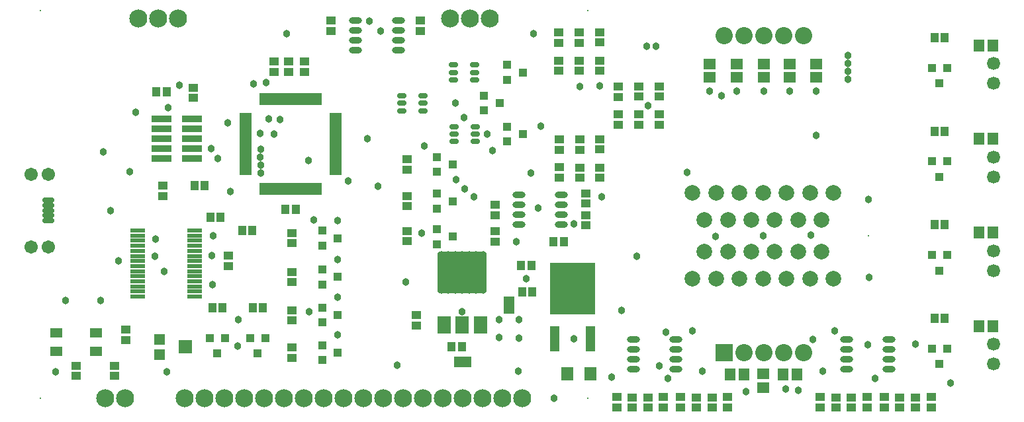
<source format=gbr>
%TF.GenerationSoftware,Altium Limited,Altium Designer,19.1.8 (144)*%
G04 Layer_Color=16711935*
%FSLAX26Y26*%
%MOIN*%
%TF.FileFunction,Soldermask,Bot*%
%TF.Part,Single*%
G01*
G75*
%TA.AperFunction,SMDPad,CuDef*%
%ADD53O,0.065087X0.031622*%
%ADD54R,0.047370X0.043433*%
%ADD55R,0.045402X0.041465*%
%ADD56R,0.157606X0.086740*%
%ADD57R,0.067055X0.086740*%
%ADD58R,0.043433X0.047370*%
%ADD59O,0.047370X0.027685*%
%ADD60R,0.043433X0.039496*%
%ADD61R,0.072961X0.023748*%
G04:AMPARAMS|DCode=62|XSize=23.748mil|YSize=59.181mil|CornerRadius=7.937mil|HoleSize=0mil|Usage=FLASHONLY|Rotation=90.000|XOffset=0mil|YOffset=0mil|HoleType=Round|Shape=RoundedRectangle|*
%AMROUNDEDRECTD62*
21,1,0.023748,0.043307,0,0,90.0*
21,1,0.007874,0.059181,0,0,90.0*
1,1,0.015874,0.021654,0.003937*
1,1,0.015874,0.021654,-0.003937*
1,1,0.015874,-0.021654,-0.003937*
1,1,0.015874,-0.021654,0.003937*
%
%ADD62ROUNDEDRECTD62*%
%ADD63R,0.039496X0.043433*%
%ADD64R,0.041465X0.045402*%
%ADD65R,0.053276X0.061150*%
%ADD66R,0.102488X0.037921*%
%ADD67R,0.019811X0.061150*%
%ADD68R,0.061150X0.019811*%
%ADD69R,0.088709X0.053276*%
%ADD70R,0.053276X0.088709*%
%ADD71R,0.067055X0.070992*%
%ADD72R,0.055244X0.055244*%
%ADD73R,0.061150X0.053276*%
%ADD74R,0.047370X0.126110*%
%ADD75R,0.226504X0.259969*%
%ADD76R,0.059181X0.051307*%
%ADD77R,0.061150X0.065087*%
%TA.AperFunction,ComponentPad*%
%ADD78C,0.008000*%
%ADD79C,0.090677*%
%TA.AperFunction,ViaPad*%
%ADD80C,0.067055*%
%TA.AperFunction,ComponentPad*%
%ADD81C,0.078866*%
%ADD82C,0.086740*%
%ADD83R,0.086740X0.086740*%
%ADD84C,0.066268*%
%TA.AperFunction,ViaPad*%
%ADD85C,0.038000*%
G36*
X2338172Y840551D02*
X2346457Y831514D01*
X2346456Y640748D01*
X2336614Y630905D01*
X2109477Y630905D01*
X2099409Y640972D01*
X2099409Y831468D01*
X2108493Y840551D01*
X2338172Y840551D01*
D02*
G37*
D53*
X4372047Y397823D02*
D03*
Y347823D02*
D03*
Y297823D02*
D03*
Y247823D02*
D03*
X4157480Y397823D02*
D03*
Y347823D02*
D03*
Y297823D02*
D03*
Y247823D02*
D03*
X3299213Y397823D02*
D03*
Y347823D02*
D03*
Y297823D02*
D03*
Y247823D02*
D03*
X3084646Y397823D02*
D03*
Y347823D02*
D03*
Y297823D02*
D03*
Y247823D02*
D03*
X1686024Y1857087D02*
D03*
Y1907087D02*
D03*
Y1957087D02*
D03*
Y2007087D02*
D03*
X1900591Y1857087D02*
D03*
Y1907087D02*
D03*
Y1957087D02*
D03*
Y2007087D02*
D03*
X2722441Y1126181D02*
D03*
Y1076181D02*
D03*
Y1026181D02*
D03*
Y976181D02*
D03*
X2507874Y1126181D02*
D03*
Y1076181D02*
D03*
Y1026181D02*
D03*
Y976181D02*
D03*
D54*
X4583662Y52165D02*
D03*
Y105315D02*
D03*
X4347441D02*
D03*
Y52165D02*
D03*
X4260827D02*
D03*
Y105315D02*
D03*
X4024607D02*
D03*
Y52165D02*
D03*
X3000000Y105315D02*
D03*
Y52165D02*
D03*
X3236220D02*
D03*
Y105315D02*
D03*
X3322835D02*
D03*
Y52165D02*
D03*
X3559055D02*
D03*
Y105315D02*
D03*
X3008858Y1532992D02*
D03*
Y1479843D02*
D03*
Y1620591D02*
D03*
Y1673740D02*
D03*
X2709646Y1892244D02*
D03*
Y1945394D02*
D03*
Y1751496D02*
D03*
Y1804646D02*
D03*
X2711614Y1265276D02*
D03*
Y1212126D02*
D03*
Y1352874D02*
D03*
Y1406024D02*
D03*
X2010827Y1953740D02*
D03*
Y2006890D02*
D03*
X1562992D02*
D03*
Y1953740D02*
D03*
X1991142Y519764D02*
D03*
Y466614D02*
D03*
X529528Y393150D02*
D03*
Y446299D02*
D03*
X713583Y1120079D02*
D03*
Y1173228D02*
D03*
X1043307Y765748D02*
D03*
Y818898D02*
D03*
X1273622Y1800197D02*
D03*
Y1747047D02*
D03*
X1348918Y1800197D02*
D03*
Y1747047D02*
D03*
X1429134Y1800197D02*
D03*
Y1747047D02*
D03*
X2387795Y1024606D02*
D03*
Y1077756D02*
D03*
D55*
X4504922Y53150D02*
D03*
Y104331D02*
D03*
X4426181D02*
D03*
Y53150D02*
D03*
X4103347Y104331D02*
D03*
Y53150D02*
D03*
X4182087D02*
D03*
Y104331D02*
D03*
X3078740D02*
D03*
Y53150D02*
D03*
X3157480D02*
D03*
Y104331D02*
D03*
X3401575D02*
D03*
Y53150D02*
D03*
X3480315Y53150D02*
D03*
Y104331D02*
D03*
X3111221Y1531496D02*
D03*
Y1480315D02*
D03*
X3213583Y1531496D02*
D03*
Y1480315D02*
D03*
X3214567Y1623032D02*
D03*
Y1674213D02*
D03*
X3111221Y1622047D02*
D03*
Y1673228D02*
D03*
X2914370Y1945866D02*
D03*
Y1894685D02*
D03*
X2812008Y1893701D02*
D03*
Y1944882D02*
D03*
Y1751969D02*
D03*
Y1803150D02*
D03*
X2914370Y1751969D02*
D03*
Y1803150D02*
D03*
X2916339Y1212599D02*
D03*
Y1263780D02*
D03*
X2813977Y1263780D02*
D03*
Y1212598D02*
D03*
Y1354331D02*
D03*
Y1405512D02*
D03*
X2916339Y1406496D02*
D03*
Y1355315D02*
D03*
X277559Y262795D02*
D03*
Y211614D02*
D03*
X471457Y262795D02*
D03*
Y211614D02*
D03*
X868110Y1615157D02*
D03*
Y1666339D02*
D03*
X1364173Y737205D02*
D03*
Y686024D02*
D03*
Y544370D02*
D03*
Y493189D02*
D03*
X1364225Y355303D02*
D03*
Y304122D02*
D03*
X1364461Y933182D02*
D03*
Y882001D02*
D03*
X1943898Y1305040D02*
D03*
Y1253859D02*
D03*
X1943898Y1120000D02*
D03*
Y1068819D02*
D03*
Y942835D02*
D03*
Y891654D02*
D03*
X2386811Y941929D02*
D03*
Y890748D02*
D03*
X2844488Y1132874D02*
D03*
Y1081693D02*
D03*
Y1022638D02*
D03*
Y971457D02*
D03*
D56*
X2222835Y716535D02*
D03*
D57*
X2132283Y468504D02*
D03*
X2222835D02*
D03*
X2313386D02*
D03*
D58*
X2222441Y360236D02*
D03*
X2169291D02*
D03*
X735236Y1644685D02*
D03*
X682087D02*
D03*
X1384843Y1054134D02*
D03*
X1331693D02*
D03*
X2518701Y768701D02*
D03*
X2571850D02*
D03*
X2733268Y889764D02*
D03*
X2680118D02*
D03*
D59*
X2177953Y1706693D02*
D03*
Y1744094D02*
D03*
Y1781496D02*
D03*
X2284252Y1706693D02*
D03*
Y1744094D02*
D03*
Y1781496D02*
D03*
X1919291Y1551181D02*
D03*
Y1588583D02*
D03*
Y1625984D02*
D03*
X2025591Y1551181D02*
D03*
Y1588583D02*
D03*
Y1625984D02*
D03*
X2183071Y1395669D02*
D03*
Y1433071D02*
D03*
Y1470472D02*
D03*
X2289370Y1395669D02*
D03*
Y1433071D02*
D03*
Y1470472D02*
D03*
D60*
X2448819Y1395669D02*
D03*
Y1470472D02*
D03*
X2527559Y1433071D02*
D03*
X2448819Y1706693D02*
D03*
Y1781496D02*
D03*
X2527559Y1744094D02*
D03*
X2332677Y1552166D02*
D03*
Y1626969D02*
D03*
X2411417Y1589567D02*
D03*
X1595472Y711614D02*
D03*
X1516732Y749016D02*
D03*
Y674213D02*
D03*
X1595472Y518779D02*
D03*
X1516732Y556181D02*
D03*
Y481378D02*
D03*
X1595524Y329712D02*
D03*
X1516784Y367114D02*
D03*
Y292311D02*
D03*
X1595760Y907591D02*
D03*
X1517020Y944993D02*
D03*
Y870190D02*
D03*
X2175197Y1279449D02*
D03*
X2096457Y1316851D02*
D03*
Y1242047D02*
D03*
X2175197Y1094410D02*
D03*
X2096457Y1131811D02*
D03*
Y1057008D02*
D03*
X2175197Y915276D02*
D03*
X2096457Y952677D02*
D03*
Y877874D02*
D03*
D61*
X875000Y945866D02*
D03*
Y920276D02*
D03*
Y894685D02*
D03*
Y869095D02*
D03*
Y843504D02*
D03*
Y817913D02*
D03*
Y792323D02*
D03*
Y766732D02*
D03*
Y741142D02*
D03*
Y715551D02*
D03*
Y689961D02*
D03*
Y664370D02*
D03*
Y638780D02*
D03*
Y613189D02*
D03*
X589567Y945866D02*
D03*
Y920276D02*
D03*
Y894685D02*
D03*
Y869095D02*
D03*
Y843504D02*
D03*
Y817913D02*
D03*
Y792323D02*
D03*
Y766732D02*
D03*
Y741142D02*
D03*
Y715551D02*
D03*
Y689961D02*
D03*
Y664370D02*
D03*
Y638780D02*
D03*
Y613189D02*
D03*
D62*
X139764Y996063D02*
D03*
Y1021653D02*
D03*
Y1047244D02*
D03*
Y1072834D02*
D03*
Y1098425D02*
D03*
D63*
X4625984Y744055D02*
D03*
X4663386Y822795D02*
D03*
X4588583D02*
D03*
X4625984Y1688937D02*
D03*
X4663386Y1767677D02*
D03*
X4588583D02*
D03*
X4625984Y1216496D02*
D03*
X4663386Y1295236D02*
D03*
X4588583D02*
D03*
X4625984Y271614D02*
D03*
X4663386Y350354D02*
D03*
X4588583D02*
D03*
X989409Y324882D02*
D03*
X1026811Y403622D02*
D03*
X952008D02*
D03*
X1192913Y324882D02*
D03*
X1230315Y403622D02*
D03*
X1155512D02*
D03*
D64*
X4651575Y1920236D02*
D03*
X4600394D02*
D03*
X4651575Y1447795D02*
D03*
X4600394D02*
D03*
X4651575Y975354D02*
D03*
X4600394D02*
D03*
X4651575Y502913D02*
D03*
X4600394D02*
D03*
X926181Y1173228D02*
D03*
X875000D02*
D03*
X953740Y1013779D02*
D03*
X1004921D02*
D03*
X963819Y556181D02*
D03*
X1015000D02*
D03*
X1113189Y945866D02*
D03*
X1164370D02*
D03*
X1167323Y555118D02*
D03*
X1218504D02*
D03*
X2523622Y635827D02*
D03*
X2574803D02*
D03*
D65*
X4824803Y937008D02*
D03*
X4893701D02*
D03*
X4824803Y1880637D02*
D03*
X4893701D02*
D03*
X4824803Y1409449D02*
D03*
X4893701D02*
D03*
X4824803Y463583D02*
D03*
X4893701D02*
D03*
X3640748Y219488D02*
D03*
X3571850D02*
D03*
X3839567Y218504D02*
D03*
X3908464D02*
D03*
D66*
X862205Y1509449D02*
D03*
X708662D02*
D03*
X862205Y1459449D02*
D03*
X708662D02*
D03*
X862205Y1409449D02*
D03*
X708662D02*
D03*
X862205Y1359449D02*
D03*
X708662D02*
D03*
X862205Y1309449D02*
D03*
X708662D02*
D03*
D67*
X1210630Y1609252D02*
D03*
X1230315D02*
D03*
X1250000D02*
D03*
X1269685D02*
D03*
X1289370D02*
D03*
X1309055D02*
D03*
X1328740D02*
D03*
X1348425D02*
D03*
X1368110D02*
D03*
X1387795D02*
D03*
X1407480D02*
D03*
X1427165D02*
D03*
X1446850D02*
D03*
X1466535D02*
D03*
X1486220D02*
D03*
X1505906D02*
D03*
Y1156496D02*
D03*
X1486220D02*
D03*
X1466535D02*
D03*
X1446850D02*
D03*
X1427165D02*
D03*
X1407480D02*
D03*
X1387795D02*
D03*
X1368110D02*
D03*
X1348425D02*
D03*
X1328740D02*
D03*
X1309055D02*
D03*
X1289370D02*
D03*
X1269685D02*
D03*
X1250000D02*
D03*
X1230315D02*
D03*
X1210630D02*
D03*
D68*
X1584646Y1530512D02*
D03*
Y1510827D02*
D03*
Y1491142D02*
D03*
Y1471457D02*
D03*
Y1451772D02*
D03*
Y1432087D02*
D03*
Y1412402D02*
D03*
Y1392717D02*
D03*
Y1373032D02*
D03*
Y1353347D02*
D03*
Y1333661D02*
D03*
Y1313976D02*
D03*
Y1294291D02*
D03*
Y1274606D02*
D03*
Y1254921D02*
D03*
Y1235236D02*
D03*
X1131890D02*
D03*
Y1254921D02*
D03*
Y1274606D02*
D03*
Y1294291D02*
D03*
Y1313976D02*
D03*
Y1333661D02*
D03*
Y1353347D02*
D03*
Y1373032D02*
D03*
Y1392717D02*
D03*
Y1412402D02*
D03*
Y1432087D02*
D03*
Y1451772D02*
D03*
Y1471457D02*
D03*
Y1491142D02*
D03*
Y1510827D02*
D03*
Y1530512D02*
D03*
D69*
X2224409Y282480D02*
D03*
D70*
X2457740Y570339D02*
D03*
D71*
X826772Y358268D02*
D03*
D72*
X698819Y397638D02*
D03*
Y318898D02*
D03*
D73*
X3467520Y1718504D02*
D03*
Y1787402D02*
D03*
X3606299Y1718504D02*
D03*
Y1787402D02*
D03*
X3737010Y221457D02*
D03*
Y152559D02*
D03*
X3740157Y1718504D02*
D03*
Y1787402D02*
D03*
X3873032Y1718504D02*
D03*
Y1787402D02*
D03*
X4004921Y1718504D02*
D03*
Y1787402D02*
D03*
D74*
X2868701Y399606D02*
D03*
X2688386D02*
D03*
D75*
X2778543Y653543D02*
D03*
D76*
X177165Y337598D02*
D03*
Y428150D02*
D03*
X377953Y337598D02*
D03*
Y428150D02*
D03*
D77*
X2751969Y223425D02*
D03*
X2868110D02*
D03*
D78*
X98425Y98425D02*
D03*
X2854331D02*
D03*
Y2055118D02*
D03*
X98425D02*
D03*
X4268504Y919842D02*
D03*
D79*
X426378Y98425D02*
D03*
X526378D02*
D03*
X826378D02*
D03*
X926378D02*
D03*
X1026378D02*
D03*
X1126378D02*
D03*
X1226378D02*
D03*
X1326378D02*
D03*
X1426378D02*
D03*
X1526378D02*
D03*
X1626378D02*
D03*
X1726378D02*
D03*
X1826378D02*
D03*
X1926378D02*
D03*
X2026378D02*
D03*
X2126378D02*
D03*
X2226378D02*
D03*
X2326378D02*
D03*
X2426378D02*
D03*
X2526378D02*
D03*
X790551Y2015748D02*
D03*
X690551D02*
D03*
X590551D02*
D03*
X2162205D02*
D03*
X2262205D02*
D03*
X2362205D02*
D03*
D80*
X51181Y1230315D02*
D03*
X139764Y864173D02*
D03*
X51181D02*
D03*
X139764Y1230315D02*
D03*
D81*
X3382677Y703307D02*
D03*
X3500787D02*
D03*
X3618898D02*
D03*
X3737008D02*
D03*
X3855118D02*
D03*
X3973228D02*
D03*
X4091339D02*
D03*
X3441732Y841102D02*
D03*
X3559843D02*
D03*
X3677953D02*
D03*
X3796063D02*
D03*
X3914173D02*
D03*
X4032284D02*
D03*
X3441732Y998583D02*
D03*
X3559843D02*
D03*
X3677953D02*
D03*
X3796063D02*
D03*
X3914173D02*
D03*
X4032284D02*
D03*
X3382677Y1136378D02*
D03*
X3500787D02*
D03*
X3618898D02*
D03*
X3737008D02*
D03*
X3855118D02*
D03*
X3973228D02*
D03*
X4091339D02*
D03*
D82*
X3540157Y1930433D02*
D03*
X3640157D02*
D03*
X3740157D02*
D03*
X3840157D02*
D03*
X3940157D02*
D03*
Y330433D02*
D03*
X3840157D02*
D03*
X3740157D02*
D03*
X3640157D02*
D03*
D83*
X3540157D02*
D03*
D84*
X4896614Y1788937D02*
D03*
Y1688937D02*
D03*
Y1316496D02*
D03*
Y1216496D02*
D03*
Y844055D02*
D03*
Y744055D02*
D03*
Y371614D02*
D03*
Y271614D02*
D03*
D85*
X2976378Y204724D02*
D03*
X3258266Y200787D02*
D03*
X3651301Y132913D02*
D03*
X4037284Y237831D02*
D03*
X4681232Y177165D02*
D03*
X4303150Y200787D02*
D03*
X1208661Y1274717D02*
D03*
X4504922Y373031D02*
D03*
X4263779Y370079D02*
D03*
X3248032Y433071D02*
D03*
X3382677Y440945D02*
D03*
X1208661Y1354717D02*
D03*
Y1234717D02*
D03*
X1206235Y1314717D02*
D03*
X1893701Y267716D02*
D03*
X2508858Y404528D02*
D03*
X2408213Y405512D02*
D03*
X3988189Y396654D02*
D03*
X2409444Y496062D02*
D03*
X2507869D02*
D03*
X2784291Y399606D02*
D03*
X3850394Y145669D02*
D03*
X3913386Y139291D02*
D03*
X3215828Y263779D02*
D03*
X4098425Y440945D02*
D03*
X2327598Y822598D02*
D03*
Y787598D02*
D03*
Y752598D02*
D03*
Y717598D02*
D03*
Y682598D02*
D03*
Y647598D02*
D03*
X2292598Y822598D02*
D03*
Y787598D02*
D03*
Y647598D02*
D03*
X2257598Y822598D02*
D03*
Y787598D02*
D03*
Y647598D02*
D03*
X2222598Y822598D02*
D03*
Y787598D02*
D03*
Y647598D02*
D03*
X2187598Y822598D02*
D03*
Y787598D02*
D03*
Y647598D02*
D03*
X2152598Y822598D02*
D03*
Y787598D02*
D03*
Y647598D02*
D03*
X2117598Y822598D02*
D03*
Y787598D02*
D03*
Y752598D02*
D03*
Y717598D02*
D03*
Y682598D02*
D03*
Y647598D02*
D03*
X3356299Y1238701D02*
D03*
X3737205Y920276D02*
D03*
X2187795Y1588583D02*
D03*
X2374598Y1348425D02*
D03*
X3527439Y1625984D02*
D03*
X2617126Y1471457D02*
D03*
X2568289Y1236220D02*
D03*
X2815787Y1672244D02*
D03*
X2349409Y1432244D02*
D03*
X1811024Y1952756D02*
D03*
X1755906Y2002953D02*
D03*
X2581181Y1940945D02*
D03*
X3151180Y1876865D02*
D03*
X3198819D02*
D03*
X3467520Y1650591D02*
D03*
X2926181Y1116142D02*
D03*
X2916339Y1676181D02*
D03*
X3156496Y1575787D02*
D03*
X2232284Y1514764D02*
D03*
X1744094Y1411174D02*
D03*
X3978347Y923228D02*
D03*
X2235236Y1157480D02*
D03*
X2190945Y1202756D02*
D03*
X2281496Y1115158D02*
D03*
X2222441Y536417D02*
D03*
X962598Y820866D02*
D03*
X722244Y738681D02*
D03*
X1235236Y1691929D02*
D03*
X1172244Y1685039D02*
D03*
X1248032Y1508858D02*
D03*
X1306102Y1507874D02*
D03*
X4165354Y1830669D02*
D03*
Y1790669D02*
D03*
Y1710669D02*
D03*
Y1750669D02*
D03*
X4004921Y1648622D02*
D03*
X3606299D02*
D03*
X3873032Y1649606D02*
D03*
X3740157D02*
D03*
X1204725Y1436024D02*
D03*
X741142Y1566929D02*
D03*
X1336902Y1940945D02*
D03*
X2017666Y933182D02*
D03*
X3499016Y916339D02*
D03*
X3102362Y817913D02*
D03*
X3023622Y543307D02*
D03*
X4004921Y1425197D02*
D03*
X4271654Y708307D02*
D03*
X4267717Y1103975D02*
D03*
X1452756Y535118D02*
D03*
X679460Y901575D02*
D03*
X964567Y673228D02*
D03*
X1094488Y496063D02*
D03*
X173228Y232284D02*
D03*
X1055118Y1144410D02*
D03*
X452269Y1047244D02*
D03*
X413386Y1343504D02*
D03*
X1275591Y1432087D02*
D03*
X1448819Y1300440D02*
D03*
X2031496Y1373032D02*
D03*
X1937008Y685039D02*
D03*
X2503937Y236220D02*
D03*
X2685039Y98425D02*
D03*
X2543307Y703740D02*
D03*
X2603346Y1059732D02*
D03*
X1475406Y1000079D02*
D03*
X549724Y1241931D02*
D03*
X799213Y1678150D02*
D03*
X3431851Y236220D02*
D03*
X1090551Y362205D02*
D03*
X1595524Y418358D02*
D03*
X1595472Y798925D02*
D03*
Y610236D02*
D03*
X1595760Y997311D02*
D03*
X1648622Y1194882D02*
D03*
X1799213Y1170276D02*
D03*
X674213Y817913D02*
D03*
X492126Y791339D02*
D03*
X226378Y594488D02*
D03*
X400591D02*
D03*
X969488Y920276D02*
D03*
X579724Y1542323D02*
D03*
X734252Y233268D02*
D03*
X2783366Y978248D02*
D03*
X2496063Y889764D02*
D03*
X958662Y1360236D02*
D03*
X992126Y1308071D02*
D03*
X1042323Y1491142D02*
D03*
%TF.MD5,af0bc487ac05e1e939ed2c306766eb04*%
M02*

</source>
